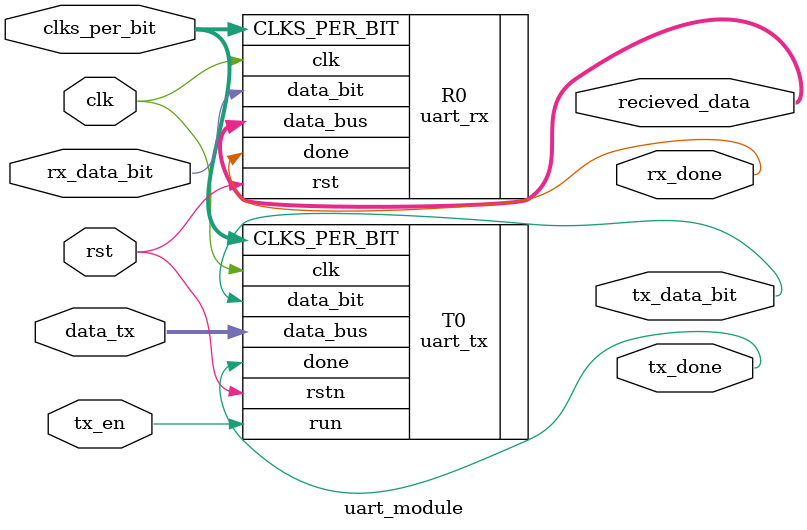
<source format=v>
module uart_module #(
    parameter data_width = 8
)
(
	input        clk, 
	input        rst,
	input [12:0] clks_per_bit,

	input        rx_data_bit,
	output       rx_done,

	output       tx_data_bit,
	input  [data_width-1:0] data_tx,
	input        tx_en,
	output       tx_done,

	output [data_width-1:0] recieved_data


);


	uart_rx R0(
		.data_bit(rx_data_bit),
		.clk(clk),
		.rst(rst),
    	.CLKS_PER_BIT(clks_per_bit),
		.done(rx_done),
		.data_bus(recieved_data)
	);

	uart_tx T0(
		.data_bus(data_tx),
		.clk(clk),
		.rstn(rst), 
    	.CLKS_PER_BIT(clks_per_bit),
		.run(tx_en), //active when low
		.done(tx_done),
		.data_bit(tx_data_bit)
	);			

endmodule

</source>
